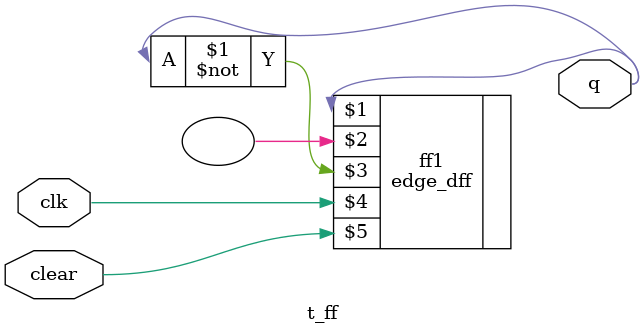
<source format=v>
module t_ff(q, clk, clear);
output q;
input clk, clear;
// Instantiate the edge triggered DFF
// Complement of output q is fed back.
// Notice qbar not needed. Empty port.
edge_dff ff1(q, ,~q, clk, clear);
endmodule


</source>
